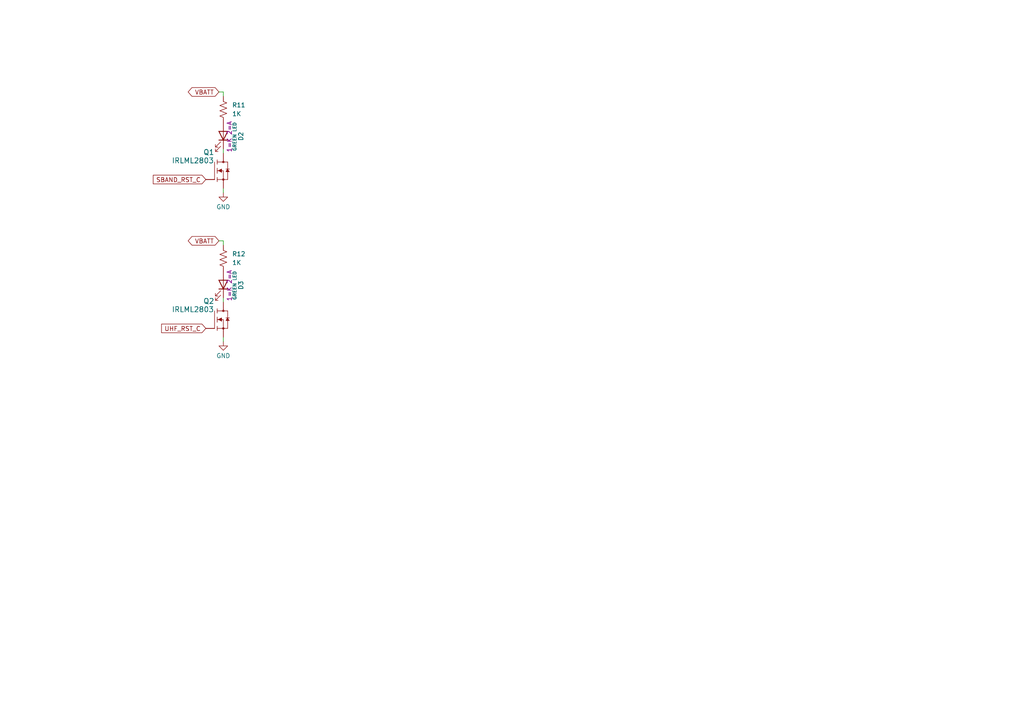
<source format=kicad_sch>
(kicad_sch (version 20250114) (generator "eeschema") (generator_version "9.0")
  (paper "A4")
  (lib_symbols
    (symbol "Device:LED" (pin_numbers (hide yes)) (pin_names (offset 1.016) (hide yes))
      (property "Reference" "D" (at 0 2.54 0))
      (property "Value" "LED" (at 0 -2.54 0))
      (symbol "LED_0_1"
        (polyline (pts (xy -3.048 -0.762) (xy -4.572 -2.286) (xy -3.81 -2.286) (xy -4.572 -2.286) (xy -4.572 -1.524)))
        (polyline (pts (xy -1.778 -0.762) (xy -3.302 -2.286) (xy -2.54 -2.286) (xy -3.302 -2.286) (xy -3.302 -1.524)))
        (polyline (pts (xy -1.27 0) (xy 1.27 0)))
        (polyline (pts (xy -1.27 -1.27) (xy -1.27 1.27)) (stroke (width 0.254)))
        (polyline (pts (xy 1.27 -1.27) (xy 1.27 1.27) (xy -1.27 0) (xy 1.27 -1.27)) (stroke (width 0.254)))
      )
      (symbol "LED_1_1"
        (pin passive line (at -3.81 0 0) (length 2.54) (name "K") (number "1"))
        (pin passive line (at 3.81 0 180) (length 2.54) (name "A") (number "2"))
      )
    )
    (symbol "Device:R_US" (pin_numbers (hide yes)) (pin_names (offset 0))
      (property "Reference" "R" (at 2.54 0 90))
      (property "Value" "R_US" (at -2.54 0 90))
      (symbol "R_US_0_1"
        (polyline (pts (xy 0 2.286) (xy 0 2.54)))
        (polyline (pts (xy 0 2.286) (xy 1.016 1.905) (xy 0 1.524) (xy -1.016 1.143) (xy 0 0.762)))
        (polyline (pts (xy 0 0.762) (xy 1.016 0.381) (xy 0 0) (xy -1.016 -0.381) (xy 0 -0.762)))
        (polyline (pts (xy 0 -0.762) (xy 1.016 -1.143) (xy 0 -1.524) (xy -1.016 -1.905) (xy 0 -2.286)))
        (polyline (pts (xy 0 -2.286) (xy 0 -2.54)))
      )
      (symbol "R_US_1_1"
        (pin passive line (at 0 3.81 270) (length 1.27) (name "~") (number "1"))
        (pin passive line (at 0 -3.81 90) (length 1.27) (name "~") (number "2"))
      )
    )
    (symbol "power:GND" (power) (pin_numbers (hide yes)) (pin_names (offset 0) (hide yes))
      (property "Value" "GND" (at 0 -3.81 0))
      (symbol "GND_0_1"
        (polyline (pts (xy 0 0) (xy 0 -1.27) (xy 1.27 -1.27) (xy 0 -2.54) (xy -1.27 -1.27) (xy 0 -1.27)))
      )
      (symbol "GND_1_1"
        (pin power_in line (at 0 0 270) (length 0) (name "~") (number "1"))
      )
    )
    (symbol "ssi_transistor:IRLML2803TRPBF" (pin_names (offset 1.016))
      (property "Reference" "Q" (at -11.43 1.27 0))
      (property "Value" "IRLML2803TRPBF" (at -11.43 3.81 0))
      (symbol "IRLML2803TRPBF_1_0"
        (polyline (pts (xy 0 2.54) (xy 0 -2.54)))
        (polyline (pts (xy 0.762 3.175) (xy 0.762 2.54)))
        (polyline (pts (xy 0.762 2.54) (xy 0.762 1.905)))
        (polyline (pts (xy 0.762 2.54) (xy 3.81 2.54)))
        (polyline (pts (xy 0.762 0.762) (xy 0.762 0)))
        (polyline (pts (xy 0.762 0) (xy 0.762 -0.762)))
        (polyline (pts (xy 0.762 0) (xy 2.54 0)))
        (polyline (pts (xy 0.762 -1.905) (xy 0.762 -2.54)))
        (polyline (pts (xy 0.762 -2.54) (xy 0.762 -3.175)))
        (polyline (pts (xy 1.016 0) (xy 2.032 0.508) (xy 2.032 -0.508)) (fill (type outline)))
        (circle (center 2.54 2.54) (radius 0.254))
        (polyline (pts (xy 2.54 0) (xy 2.54 -2.54)))
        (polyline (pts (xy 2.54 -2.54) (xy 0.762 -2.54)))
        (polyline (pts (xy 2.54 -2.54) (xy 3.81 -2.54)))
        (circle (center 2.54 -2.54) (radius 0.254))
        (polyline (pts (xy 3.302 0.508) (xy 3.81 0.508)))
        (polyline (pts (xy 3.81 2.54) (xy 3.81 0.508)))
        (polyline (pts (xy 3.81 0.508) (xy 3.81 -0.508)))
        (polyline (pts (xy 3.81 0.508) (xy 4.318 0.508)))
        (polyline (pts (xy 3.81 0.508) (xy 3.302 -0.254) (xy 4.318 -0.254)) (fill (type outline)))
        (polyline (pts (xy 3.81 -0.508) (xy 3.81 -2.54)))
        (pin passive line (at -2.54 -2.54 0) (length 2.54) (name "G") (number "1"))
        (pin passive line (at 2.54 5.08 270) (length 2.54) (name "D") (number "3"))
        (pin passive line (at 2.54 -5.08 90) (length 2.54) (name "S") (number "2"))
      )
    )
  )
  (wire (pts (xy 64.77 43.18) (xy 64.77 44.45)))
  (wire (pts (xy 64.77 54.61) (xy 64.77 55.88)))
  (wire (pts (xy 63.5 26.67) (xy 64.77 26.67)))
  (wire (pts (xy 63.5 69.85) (xy 64.77 69.85)))
  (wire (pts (xy 64.77 97.79) (xy 64.77 99.06)))
  (wire (pts (xy 64.77 86.36) (xy 64.77 87.63)))
  (wire (pts (xy 64.77 69.85) (xy 64.77 71.12)))
  (wire (pts (xy 64.77 26.67) (xy 64.77 27.94)))
  (global_label "VBATT" (shape bidirectional) (at 63.5 69.85 180) (property "Intersheetrefs" "${INTERSHEET_REFS}" (effects (hide yes))))
  (global_label "UHF_RST_C" (shape input) (at 59.69 95.25 180) (property "Intersheetrefs" "${INTERSHEET_REFS}" (effects (hide yes))))
  (global_label "VBATT" (shape bidirectional) (at 63.5 26.67 180) (property "Intersheetrefs" "${INTERSHEET_REFS}" (effects (hide yes))))
  (global_label "SBAND_RST_C" (shape input) (at 59.69 52.07 180) (property "Intersheetrefs" "${INTERSHEET_REFS}" (effects (hide yes))))
  (symbol (lib_id "Device:LED") (at 64.77 82.55 270) (mirror x) (unit 1)
    (property "Reference" "D3" (at 69.8754 82.7278 0))
    (property "Value" "GREEN LED" (at 68.072 82.804 0) (effects (font (size 0.9906 0.9906))))
    (property "Footprint" "LED_SMD:LED_0603_1608Metric" (effects (hide yes)))
    (property "Datasheet" "https://optoelectronics.liteon.com/upload/download/DS22-2000-074/LTST-C190KGKT.PDF" (effects (hide yes)))
    (property "Description" "Green LED" (effects (hide yes)))
    (property "Flight" "LTST-C190KGKT" (effects (hide yes)))
    (property "Manufacturer_Name" "Lite-On Inc." (effects (hide yes)))
    (property "Manufacturer_Part_Number" "LTST-C190KGKT" (effects (hide yes)))
    (property "Proto" "LTST-C190KGKT" (effects (hide yes)))
    (property "Sim.Pins" "1=K 2=A" (at 66.548 82.804 0))
  )
  (symbol (lib_id "Device:R_US") (at 64.77 31.75 0) (unit 1)
    (property "Reference" "R11" (at 67.31 30.4799 0) (effects (justify left)))
    (property "Value" "1K" (at 67.31 33.0199 0) (effects (justify left)))
    (property "Footprint" "Resistor_SMD:R_0603_1608Metric" (effects (hide yes)))
    (property "Description" "Resistor, US symbol" (effects (hide yes)))
  )
  (symbol (lib_id "Device:LED") (at 64.77 39.37 270) (mirror x) (unit 1)
    (property "Reference" "D2" (at 69.8754 39.5478 0))
    (property "Value" "GREEN LED" (at 68.072 39.624 0) (effects (font (size 0.9906 0.9906))))
    (property "Footprint" "LED_SMD:LED_0603_1608Metric" (effects (hide yes)))
    (property "Datasheet" "https://optoelectronics.liteon.com/upload/download/DS22-2000-074/LTST-C190KGKT.PDF" (effects (hide yes)))
    (property "Description" "Green LED" (effects (hide yes)))
    (property "Flight" "LTST-C190KGKT" (effects (hide yes)))
    (property "Manufacturer_Name" "Lite-On Inc." (effects (hide yes)))
    (property "Manufacturer_Part_Number" "LTST-C190KGKT" (effects (hide yes)))
    (property "Proto" "LTST-C190KGKT" (effects (hide yes)))
    (property "Sim.Pins" "1=K 2=A" (at 66.548 39.624 0))
  )
  (symbol (lib_id "ssi_transistor:IRLML2803TRPBF") (at 62.23 92.71 0) (unit 1)
    (property "Reference" "Q2" (at 58.928 86.487 0) (effects (font (size 1.4986 1.4986)) (justify left top)))
    (property "Value" "IRLML2803" (at 49.784 88.9 0) (effects (font (size 1.4986 1.4986)) (justify left top)))
    (property "Footprint" "ssi_transistor:SOT-23" (effects (hide yes)))
    (property "Datasheet" "https://www.infineon.com/dgdl/irlml2803pbf.pdf?fileId=5546d462533600a4015356682aff260f" (effects (hide yes)))
    (property "Description" "Single N-Channel MOSFET" (effects (hide yes)))
    (property "Flight" "MMBT2222AT " (effects (hide yes)))
    (property "Manufacturer_Name" "ON Semiconductor" (effects (hide yes)))
    (property "Manufacturer_Part_Number" "MMBT2222AT " (effects (hide yes)))
    (property "Proto" "2302" (effects (hide yes)))
  )
  (symbol (lib_id "ssi_transistor:IRLML2803TRPBF") (at 62.23 49.53 0) (unit 1)
    (property "Reference" "Q1" (at 58.928 43.307 0) (effects (font (size 1.4986 1.4986)) (justify left top)))
    (property "Value" "IRLML2803" (at 49.784 45.72 0) (effects (font (size 1.4986 1.4986)) (justify left top)))
    (property "Footprint" "ssi_transistor:SOT-23" (effects (hide yes)))
    (property "Datasheet" "https://www.infineon.com/dgdl/irlml2803pbf.pdf?fileId=5546d462533600a4015356682aff260f" (effects (hide yes)))
    (property "Description" "Single N-Channel MOSFET" (effects (hide yes)))
    (property "Flight" "MMBT2222AT " (effects (hide yes)))
    (property "Manufacturer_Name" "ON Semiconductor" (effects (hide yes)))
    (property "Manufacturer_Part_Number" "MMBT2222AT " (effects (hide yes)))
    (property "Proto" "2302" (effects (hide yes)))
  )
  (symbol (lib_id "power:GND") (at 64.77 55.88 0) (unit 1)
    (property "Reference" "#PWR041" (effects (hide yes)))
    (property "Value" "GND" (at 64.77 60.0155 0))
    (property "Description" "Power symbol creates a global label with name \"GND\" , ground" (effects (hide yes)))
  )
  (symbol (lib_id "Device:R_US") (at 64.77 74.93 0) (unit 1)
    (property "Reference" "R12" (at 67.31 73.6599 0) (effects (justify left)))
    (property "Value" "1K" (at 67.31 76.1999 0) (effects (justify left)))
    (property "Footprint" "Resistor_SMD:R_0603_1608Metric" (effects (hide yes)))
    (property "Description" "Resistor, US symbol" (effects (hide yes)))
  )
  (symbol (lib_id "power:GND") (at 64.77 99.06 0) (unit 1)
    (property "Reference" "#PWR042" (effects (hide yes)))
    (property "Value" "GND" (at 64.77 103.1955 0))
    (property "Description" "Power symbol creates a global label with name \"GND\" , ground" (effects (hide yes)))
  )
)
</source>
